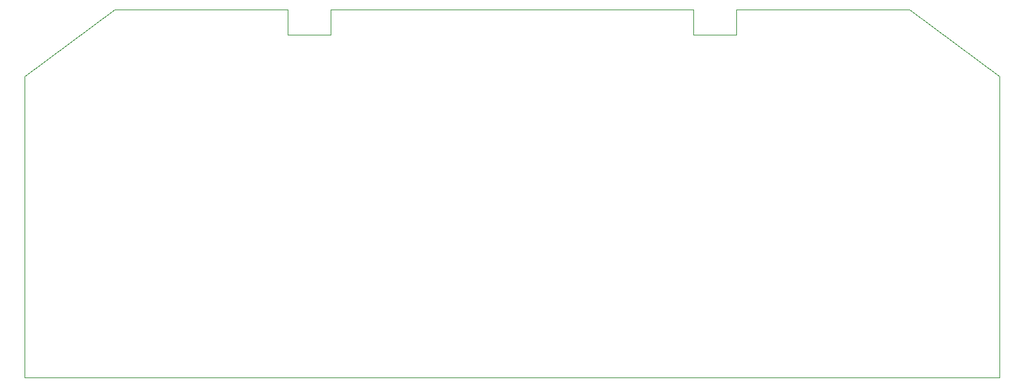
<source format=gm1>
%TF.GenerationSoftware,KiCad,Pcbnew,(6.0.0)*%
%TF.CreationDate,2022-03-13T17:57:59-04:00*%
%TF.ProjectId,jaguar spinner integrated pcb,6a616775-6172-4207-9370-696e6e657220,rev?*%
%TF.SameCoordinates,Original*%
%TF.FileFunction,Profile,NP*%
%FSLAX46Y46*%
G04 Gerber Fmt 4.6, Leading zero omitted, Abs format (unit mm)*
G04 Created by KiCad (PCBNEW (6.0.0)) date 2022-03-13 17:57:59*
%MOMM*%
%LPD*%
G01*
G04 APERTURE LIST*
%TA.AperFunction,Profile*%
%ADD10C,0.100000*%
%TD*%
G04 APERTURE END LIST*
D10*
X111853600Y-105267600D02*
X90383600Y-105267600D01*
X189073600Y-105267600D02*
X200253600Y-113587600D01*
X111853600Y-108377600D02*
X117213600Y-108377600D01*
X79203600Y-113587600D02*
X79203600Y-150977600D01*
X162243600Y-105267600D02*
X117213600Y-105267600D01*
X79203600Y-150977600D02*
X200253600Y-150977600D01*
X167603600Y-108377600D02*
X162243600Y-108377600D01*
X200253600Y-150977600D02*
X200253600Y-113587600D01*
X167603600Y-105267600D02*
X189073600Y-105267600D01*
X162243600Y-108377600D02*
X162243600Y-105267600D01*
X90383600Y-105267600D02*
X79203600Y-113587600D01*
X117213600Y-108377600D02*
X117213600Y-105267600D01*
X167603600Y-105267600D02*
X167603600Y-108377600D01*
X111853600Y-105267600D02*
X111853600Y-108377600D01*
M02*

</source>
